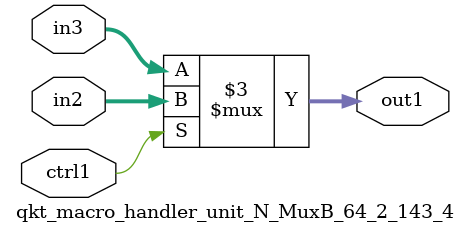
<source format=v>

`timescale 1ps / 1ps


module qkt_macro_handler_unit_N_MuxB_64_2_143_4( in3, in2, ctrl1, out1 );

    input [63:0] in3;
    input [63:0] in2;
    input ctrl1;
    output [63:0] out1;
    reg [63:0] out1;

    
    // rtl_process:qkt_macro_handler_unit_N_MuxB_64_2_143_4/qkt_macro_handler_unit_N_MuxB_64_2_143_4_thread_1
    always @*
      begin : qkt_macro_handler_unit_N_MuxB_64_2_143_4_thread_1
        case (ctrl1) 
          1'b1: 
            begin
              out1 = in2;
            end
          default: 
            begin
              out1 = in3;
            end
        endcase
      end

endmodule





</source>
